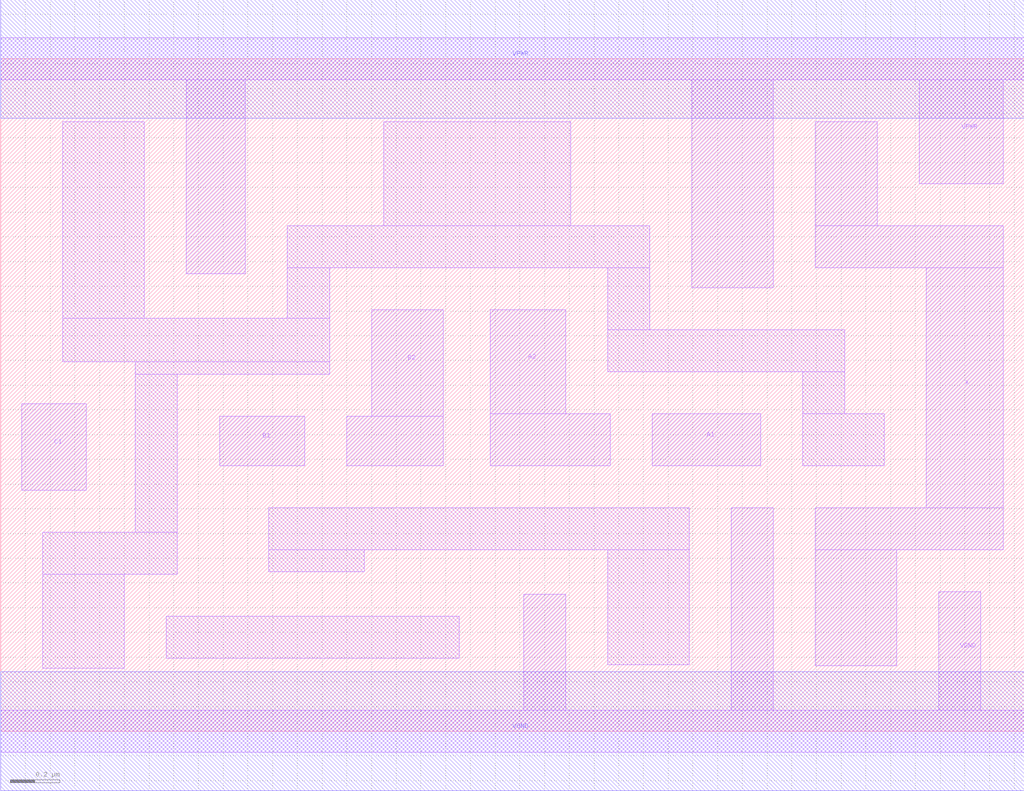
<source format=lef>
# Copyright 2020 The SkyWater PDK Authors
#
# Licensed under the Apache License, Version 2.0 (the "License");
# you may not use this file except in compliance with the License.
# You may obtain a copy of the License at
#
#     https://www.apache.org/licenses/LICENSE-2.0
#
# Unless required by applicable law or agreed to in writing, software
# distributed under the License is distributed on an "AS IS" BASIS,
# WITHOUT WARRANTIES OR CONDITIONS OF ANY KIND, either express or implied.
# See the License for the specific language governing permissions and
# limitations under the License.
#
# SPDX-License-Identifier: Apache-2.0

VERSION 5.5 ;
NAMESCASESENSITIVE ON ;
BUSBITCHARS "[]" ;
DIVIDERCHAR "/" ;
MACRO sky130_fd_sc_hd__o221a_2
  CLASS CORE ;
  SOURCE USER ;
  ORIGIN  0.000000  0.000000 ;
  SIZE  4.140000 BY  2.720000 ;
  SYMMETRY X Y R90 ;
  SITE unithd ;
  PIN A1
    ANTENNAGATEAREA  0.247500 ;
    DIRECTION INPUT ;
    USE SIGNAL ;
    PORT
      LAYER li1 ;
        RECT 2.635000 1.075000 3.075000 1.285000 ;
    END
  END A1
  PIN A2
    ANTENNAGATEAREA  0.247500 ;
    DIRECTION INPUT ;
    USE SIGNAL ;
    PORT
      LAYER li1 ;
        RECT 1.980000 1.075000 2.465000 1.285000 ;
        RECT 1.980000 1.285000 2.285000 1.705000 ;
    END
  END A2
  PIN B1
    ANTENNAGATEAREA  0.247500 ;
    DIRECTION INPUT ;
    USE SIGNAL ;
    PORT
      LAYER li1 ;
        RECT 0.885000 1.075000 1.230000 1.275000 ;
    END
  END B1
  PIN B2
    ANTENNAGATEAREA  0.247500 ;
    DIRECTION INPUT ;
    USE SIGNAL ;
    PORT
      LAYER li1 ;
        RECT 1.400000 1.075000 1.790000 1.275000 ;
        RECT 1.500000 1.275000 1.790000 1.705000 ;
    END
  END B2
  PIN C1
    ANTENNAGATEAREA  0.247500 ;
    DIRECTION INPUT ;
    USE SIGNAL ;
    PORT
      LAYER li1 ;
        RECT 0.085000 0.975000 0.345000 1.325000 ;
    END
  END C1
  PIN X
    ANTENNADIFFAREA  0.445500 ;
    DIRECTION OUTPUT ;
    USE SIGNAL ;
    PORT
      LAYER li1 ;
        RECT 3.295000 0.265000 3.625000 0.735000 ;
        RECT 3.295000 0.735000 4.055000 0.905000 ;
        RECT 3.295000 1.875000 4.055000 2.045000 ;
        RECT 3.295000 2.045000 3.545000 2.465000 ;
        RECT 3.745000 0.905000 4.055000 1.875000 ;
    END
  END X
  PIN VGND
    DIRECTION INOUT ;
    SHAPE ABUTMENT ;
    USE GROUND ;
    PORT
      LAYER li1 ;
        RECT 0.000000 -0.085000 4.140000 0.085000 ;
        RECT 2.115000  0.085000 2.285000 0.555000 ;
        RECT 2.955000  0.085000 3.125000 0.905000 ;
        RECT 3.795000  0.085000 3.965000 0.565000 ;
    END
    PORT
      LAYER met1 ;
        RECT 0.000000 -0.240000 4.140000 0.240000 ;
    END
  END VGND
  PIN VPWR
    DIRECTION INOUT ;
    SHAPE ABUTMENT ;
    USE POWER ;
    PORT
      LAYER li1 ;
        RECT 0.000000 2.635000 4.140000 2.805000 ;
        RECT 0.750000 1.850000 0.990000 2.635000 ;
        RECT 2.795000 1.795000 3.125000 2.635000 ;
        RECT 3.715000 2.215000 4.055000 2.635000 ;
    END
    PORT
      LAYER met1 ;
        RECT 0.000000 2.480000 4.140000 2.960000 ;
    END
  END VPWR
  OBS
    LAYER li1 ;
      RECT 0.170000 0.255000 0.500000 0.635000 ;
      RECT 0.170000 0.635000 0.715000 0.805000 ;
      RECT 0.250000 1.495000 1.330000 1.670000 ;
      RECT 0.250000 1.670000 0.580000 2.465000 ;
      RECT 0.545000 0.805000 0.715000 1.445000 ;
      RECT 0.545000 1.445000 1.330000 1.495000 ;
      RECT 0.670000 0.295000 1.855000 0.465000 ;
      RECT 1.085000 0.645000 1.470000 0.735000 ;
      RECT 1.085000 0.735000 2.785000 0.905000 ;
      RECT 1.160000 1.670000 1.330000 1.875000 ;
      RECT 1.160000 1.875000 2.625000 2.045000 ;
      RECT 1.550000 2.045000 2.305000 2.465000 ;
      RECT 2.455000 0.270000 2.785000 0.735000 ;
      RECT 2.455000 1.455000 3.415000 1.625000 ;
      RECT 2.455000 1.625000 2.625000 1.875000 ;
      RECT 3.245000 1.075000 3.575000 1.285000 ;
      RECT 3.245000 1.285000 3.415000 1.455000 ;
  END
END sky130_fd_sc_hd__o221a_2
END LIBRARY

</source>
